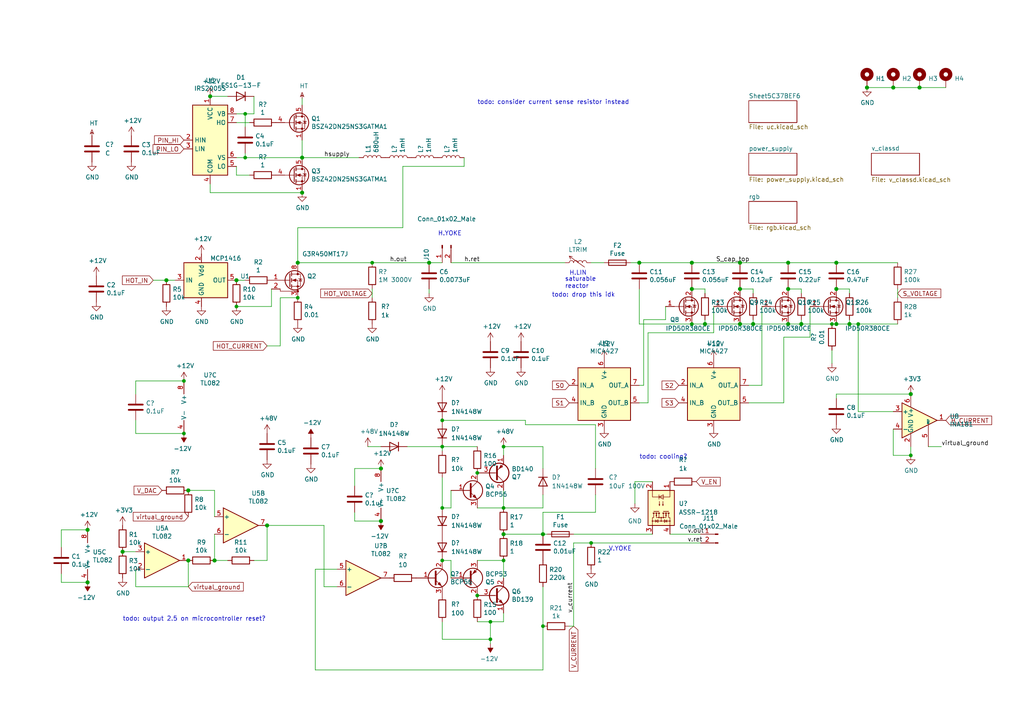
<source format=kicad_sch>
(kicad_sch (version 20211123) (generator eeschema)
  (paper "A4")
  (junction (at 35.56 160.02) (diameter 1.016))
  (junction (at 25.4 168.91) (diameter 1.016))
  (junction (at 264.16 132.08))
  (junction (at 214.63 83.82) (diameter 1.016))
  (junction (at 86.36 76.2) (diameter 1.016))
  (junction (at 142.24 180.34))
  (junction (at 157.48 181.61))
  (junction (at 241.3 93.98))
  (junction (at 68.58 81.28) (diameter 1.016))
  (junction (at 48.26 81.28) (diameter 1.016))
  (junction (at 53.34 110.49))
  (junction (at 110.49 151.13) (diameter 1.016))
  (junction (at 218.44 93.98) (diameter 1.016))
  (junction (at 264.16 114.3) (diameter 1.016))
  (junction (at 25.4 153.67) (diameter 1.016))
  (junction (at 60.96 27.94) (diameter 1.016))
  (junction (at 142.24 185.42))
  (junction (at 204.47 93.98) (diameter 1.016))
  (junction (at 87.63 45.72) (diameter 1.016))
  (junction (at 171.45 157.48))
  (junction (at 54.61 162.56) (diameter 1.016))
  (junction (at 138.43 137.16))
  (junction (at 251.46 25.4) (diameter 1.016))
  (junction (at 68.58 88.9))
  (junction (at 266.7 25.4) (diameter 1.016))
  (junction (at 200.66 83.82) (diameter 1.016))
  (junction (at 53.34 125.73))
  (junction (at 185.42 76.2) (diameter 1.016))
  (junction (at 242.57 93.98) (diameter 1.016))
  (junction (at 54.61 142.24) (diameter 1.016))
  (junction (at 228.6 76.2) (diameter 1.016))
  (junction (at 138.43 172.72))
  (junction (at 259.08 25.4) (diameter 1.016))
  (junction (at 107.95 76.2))
  (junction (at 71.12 33.02))
  (junction (at 128.27 129.54))
  (junction (at 248.92 93.98))
  (junction (at 242.57 83.82) (diameter 1.016))
  (junction (at 146.05 147.32))
  (junction (at 110.49 135.89) (diameter 1.016))
  (junction (at 200.66 76.2) (diameter 1.016))
  (junction (at 214.63 76.2) (diameter 1.016))
  (junction (at 86.36 86.36))
  (junction (at 128.27 147.32))
  (junction (at 200.66 93.98))
  (junction (at 157.48 154.94) (diameter 1.016))
  (junction (at 228.6 83.82) (diameter 1.016))
  (junction (at 128.27 162.56))
  (junction (at 146.05 154.94) (diameter 1.016))
  (junction (at 77.47 152.4) (diameter 1.016))
  (junction (at 87.63 55.88) (diameter 1.016))
  (junction (at 146.05 129.54))
  (junction (at 146.05 162.56))
  (junction (at 246.38 93.98) (diameter 1.016))
  (junction (at 232.41 93.98) (diameter 1.016))
  (junction (at 228.6 93.98) (diameter 1.016))
  (junction (at 62.23 162.56) (diameter 1.016))
  (junction (at 214.63 93.98) (diameter 1.016))
  (junction (at 128.27 121.92))
  (junction (at 71.12 45.72))
  (junction (at 124.46 76.2) (diameter 1.016))
  (junction (at 242.57 76.2) (diameter 1.016))
  (wire (pts (xy 157.48 194.31) (xy 91.44 194.31)))
  (wire (pts (xy 17.78 166.37) (xy 17.78 168.91)))
  (wire (pts (xy 157.48 147.32) (xy 157.48 143.51)))
  (wire (pts (xy 102.87 148.59) (xy 102.87 151.13)))
  (wire (pts (xy 185.42 116.84) (xy 187.96 116.84)))
  (wire (pts (xy 39.37 110.49) (xy 39.37 114.3)))
  (wire (pts (xy 102.87 151.13) (xy 110.49 151.13)))
  (wire (pts (xy 39.37 170.18) (xy 39.37 165.1)))
  (wire (pts (xy 81.28 86.36) (xy 81.28 100.33)))
  (wire (pts (xy 77.47 152.4) (xy 77.47 162.56)))
  (wire (pts (xy 130.81 147.32) (xy 130.81 142.24)))
  (wire (pts (xy 142.24 185.42) (xy 142.24 186.69)))
  (wire (pts (xy 228.6 76.2) (xy 242.57 76.2)))
  (wire (pts (xy 186.69 92.71) (xy 193.04 92.71)))
  (wire (pts (xy 218.44 93.98) (xy 218.44 92.71)))
  (wire (pts (xy 228.6 93.98) (xy 232.41 93.98)))
  (wire (pts (xy 259.08 132.08) (xy 259.08 124.46)))
  (wire (pts (xy 91.44 194.31) (xy 91.44 165.1)))
  (wire (pts (xy 227.33 97.79) (xy 227.33 116.84)))
  (wire (pts (xy 182.88 76.2) (xy 185.42 76.2)))
  (wire (pts (xy 166.37 157.48) (xy 166.37 181.61)))
  (wire (pts (xy 204.47 93.98) (xy 214.63 93.98)))
  (wire (pts (xy 134.62 48.26) (xy 134.62 45.72)))
  (wire (pts (xy 264.16 114.3) (xy 242.57 114.3)))
  (wire (pts (xy 166.37 157.48) (xy 171.45 157.48)))
  (wire (pts (xy 266.7 25.4) (xy 274.32 25.4)))
  (wire (pts (xy 241.3 93.98) (xy 242.57 93.98)))
  (wire (pts (xy 107.95 76.2) (xy 124.46 76.2)))
  (wire (pts (xy 68.58 48.26) (xy 68.58 50.8)))
  (wire (pts (xy 146.05 154.94) (xy 157.48 154.94)))
  (wire (pts (xy 68.58 35.56) (xy 72.39 35.56)))
  (wire (pts (xy 81.28 100.33) (xy 77.47 100.33)))
  (wire (pts (xy 87.63 30.48) (xy 87.63 28.575)))
  (wire (pts (xy 118.11 129.54) (xy 128.27 129.54)))
  (wire (pts (xy 68.58 50.8) (xy 72.39 50.8)))
  (wire (pts (xy 166.37 154.94) (xy 189.23 154.94)))
  (wire (pts (xy 142.24 185.42) (xy 128.27 185.42)))
  (wire (pts (xy 142.24 180.34) (xy 142.24 185.42)))
  (wire (pts (xy 241.3 101.6) (xy 241.3 105.41)))
  (wire (pts (xy 187.96 96.52) (xy 187.96 116.84)))
  (wire (pts (xy 62.23 142.24) (xy 54.61 142.24)))
  (wire (pts (xy 62.23 162.56) (xy 62.23 154.94)))
  (wire (pts (xy 157.48 129.54) (xy 146.05 129.54)))
  (wire (pts (xy 194.31 154.94) (xy 203.2 154.94)))
  (wire (pts (xy 86.36 86.36) (xy 81.28 86.36)))
  (wire (pts (xy 142.24 180.34) (xy 146.05 180.34)))
  (wire (pts (xy 146.05 180.34) (xy 146.05 177.8)))
  (wire (pts (xy 93.98 170.18) (xy 93.98 152.4)))
  (wire (pts (xy 77.47 152.4) (xy 93.98 152.4)))
  (wire (pts (xy 138.43 180.34) (xy 142.24 180.34)))
  (wire (pts (xy 214.63 76.2) (xy 228.6 76.2)))
  (wire (pts (xy 39.37 121.92) (xy 39.37 125.73)))
  (wire (pts (xy 128.27 162.56) (xy 130.81 162.56)))
  (wire (pts (xy 166.37 181.61) (xy 165.1 181.61)))
  (wire (pts (xy 207.01 88.9) (xy 207.01 96.52)))
  (wire (pts (xy 185.42 76.2) (xy 200.66 76.2)))
  (wire (pts (xy 17.78 168.91) (xy 25.4 168.91)))
  (wire (pts (xy 66.04 162.56) (xy 62.23 162.56)))
  (wire (pts (xy 68.58 45.72) (xy 71.12 45.72)))
  (wire (pts (xy 146.05 162.56) (xy 146.05 167.64)))
  (wire (pts (xy 172.72 148.59) (xy 172.72 143.51)))
  (wire (pts (xy 78.74 83.82) (xy 78.74 88.9)))
  (wire (pts (xy 54.61 170.18) (xy 39.37 170.18)))
  (wire (pts (xy 232.41 83.82) (xy 232.41 85.09)))
  (wire (pts (xy 200.66 93.98) (xy 204.47 93.98)))
  (wire (pts (xy 193.04 92.71) (xy 193.04 88.9)))
  (wire (pts (xy 39.37 125.73) (xy 53.34 125.73)))
  (wire (pts (xy 152.4 123.19) (xy 172.72 123.19)))
  (wire (pts (xy 228.6 83.82) (xy 232.41 83.82)))
  (wire (pts (xy 234.95 97.79) (xy 234.95 88.9)))
  (wire (pts (xy 248.92 93.98) (xy 260.35 93.98)))
  (wire (pts (xy 269.24 129.54) (xy 273.05 129.54)))
  (wire (pts (xy 60.96 27.94) (xy 66.04 27.94)))
  (wire (pts (xy 104.14 45.72) (xy 87.63 45.72)))
  (wire (pts (xy 106.68 129.54) (xy 110.49 129.54)))
  (wire (pts (xy 189.23 139.7) (xy 184.15 139.7)))
  (wire (pts (xy 128.27 129.54) (xy 128.27 130.81)))
  (wire (pts (xy 172.72 135.89) (xy 172.72 123.19)))
  (wire (pts (xy 157.48 170.18) (xy 157.48 181.61)))
  (wire (pts (xy 186.69 111.76) (xy 185.42 111.76)))
  (wire (pts (xy 152.4 121.92) (xy 152.4 123.19)))
  (wire (pts (xy 71.12 33.02) (xy 68.58 33.02)))
  (wire (pts (xy 232.41 93.98) (xy 232.41 92.71)))
  (wire (pts (xy 207.01 96.52) (xy 187.96 96.52)))
  (wire (pts (xy 227.33 97.79) (xy 234.95 97.79)))
  (wire (pts (xy 259.08 132.08) (xy 264.16 132.08)))
  (wire (pts (xy 87.63 55.88) (xy 60.96 55.88)))
  (wire (pts (xy 232.41 93.98) (xy 241.3 93.98)))
  (wire (pts (xy 146.05 147.32) (xy 157.48 147.32)))
  (wire (pts (xy 86.36 66.04) (xy 116.84 66.04)))
  (wire (pts (xy 214.63 83.82) (xy 218.44 83.82)))
  (wire (pts (xy 251.46 25.4) (xy 259.08 25.4)))
  (wire (pts (xy 204.47 93.98) (xy 204.47 92.71)))
  (wire (pts (xy 124.46 76.2) (xy 128.27 76.2)))
  (wire (pts (xy 204.47 83.82) (xy 204.47 85.09)))
  (wire (pts (xy 157.48 148.59) (xy 172.72 148.59)))
  (wire (pts (xy 214.63 93.98) (xy 218.44 93.98)))
  (wire (pts (xy 200.66 83.82) (xy 204.47 83.82)))
  (wire (pts (xy 185.42 93.98) (xy 185.42 83.82)))
  (wire (pts (xy 128.27 147.32) (xy 130.81 147.32)))
  (wire (pts (xy 217.17 111.76) (xy 220.98 111.76)))
  (wire (pts (xy 128.27 121.92) (xy 152.4 121.92)))
  (wire (pts (xy 246.38 83.82) (xy 246.38 85.09)))
  (wire (pts (xy 138.43 147.32) (xy 146.05 147.32)))
  (wire (pts (xy 116.84 48.26) (xy 134.62 48.26)))
  (wire (pts (xy 62.23 149.86) (xy 62.23 142.24)))
  (wire (pts (xy 107.95 83.82) (xy 107.95 86.36)))
  (wire (pts (xy 242.57 114.3) (xy 242.57 115.57)))
  (wire (pts (xy 124.46 85.09) (xy 124.46 83.82)))
  (wire (pts (xy 248.92 93.98) (xy 248.92 119.38)))
  (wire (pts (xy 68.58 81.28) (xy 71.12 81.28)))
  (wire (pts (xy 71.12 45.72) (xy 87.63 45.72)))
  (wire (pts (xy 17.78 153.67) (xy 25.4 153.67)))
  (wire (pts (xy 246.38 93.98) (xy 248.92 93.98)))
  (wire (pts (xy 102.87 140.97) (xy 102.87 135.89)))
  (wire (pts (xy 184.15 139.7) (xy 184.15 146.05)))
  (wire (pts (xy 130.81 76.2) (xy 163.83 76.2)))
  (wire (pts (xy 130.81 162.56) (xy 130.81 167.64)))
  (wire (pts (xy 260.35 83.82) (xy 260.35 86.36)))
  (wire (pts (xy 146.05 129.54) (xy 146.05 132.08)))
  (wire (pts (xy 86.36 66.04) (xy 86.36 76.2)))
  (wire (pts (xy 146.05 147.32) (xy 146.05 142.24)))
  (wire (pts (xy 248.92 119.38) (xy 259.08 119.38)))
  (wire (pts (xy 264.16 129.54) (xy 264.16 132.08)))
  (wire (pts (xy 171.45 157.48) (xy 203.2 157.48)))
  (wire (pts (xy 71.12 33.02) (xy 71.12 36.83)))
  (wire (pts (xy 71.12 33.02) (xy 73.66 33.02)))
  (wire (pts (xy 77.47 162.56) (xy 73.66 162.56)))
  (wire (pts (xy 17.78 158.75) (xy 17.78 153.67)))
  (wire (pts (xy 266.7 25.4) (xy 259.08 25.4)))
  (wire (pts (xy 128.27 185.42) (xy 128.27 180.34)))
  (wire (pts (xy 218.44 93.98) (xy 228.6 93.98)))
  (wire (pts (xy 171.45 76.2) (xy 175.26 76.2)))
  (wire (pts (xy 218.44 83.82) (xy 218.44 85.09)))
  (wire (pts (xy 158.75 154.94) (xy 157.48 154.94)))
  (wire (pts (xy 138.43 162.56) (xy 146.05 162.56)))
  (wire (pts (xy 220.98 88.9) (xy 220.98 111.76)))
  (wire (pts (xy 86.36 76.2) (xy 107.95 76.2)))
  (wire (pts (xy 200.66 93.98) (xy 185.42 93.98)))
  (wire (pts (xy 242.57 76.2) (xy 260.35 76.2)))
  (wire (pts (xy 157.48 154.94) (xy 157.48 148.59)))
  (wire (pts (xy 200.66 76.2) (xy 214.63 76.2)))
  (wire (pts (xy 128.27 129.54) (xy 138.43 129.54)))
  (wire (pts (xy 48.26 81.28) (xy 50.8 81.28)))
  (wire (pts (xy 87.63 45.72) (xy 87.63 40.64)))
  (wire (pts (xy 54.61 162.56) (xy 54.61 170.18)))
  (wire (pts (xy 128.27 138.43) (xy 128.27 147.32)))
  (wire (pts (xy 53.34 110.49) (xy 39.37 110.49)))
  (wire (pts (xy 157.48 181.61) (xy 157.48 194.31)))
  (wire (pts (xy 116.84 66.04) (xy 116.84 48.26)))
  (wire (pts (xy 157.48 135.89) (xy 157.48 129.54)))
  (wire (pts (xy 71.12 44.45) (xy 71.12 45.72)))
  (wire (pts (xy 102.87 135.89) (xy 110.49 135.89)))
  (wire (pts (xy 186.69 92.71) (xy 186.69 111.76)))
  (wire (pts (xy 242.57 93.98) (xy 246.38 93.98)))
  (wire (pts (xy 39.37 160.02) (xy 35.56 160.02)))
  (wire (pts (xy 78.74 88.9) (xy 68.58 88.9)))
  (wire (pts (xy 246.38 93.98) (xy 246.38 92.71)))
  (wire (pts (xy 97.79 170.18) (xy 93.98 170.18)))
  (wire (pts (xy 217.17 116.84) (xy 227.33 116.84)))
  (wire (pts (xy 44.45 81.28) (xy 48.26 81.28)))
  (wire (pts (xy 91.44 165.1) (xy 97.79 165.1)))
  (wire (pts (xy 60.96 55.88) (xy 60.96 53.34)))
  (wire (pts (xy 242.57 83.82) (xy 246.38 83.82)))
  (wire (pts (xy 73.66 33.02) (xy 73.66 27.94)))
  (text "saturable\nreactor" (at 163.83 83.82 0) (effects (font (size 1.27 1.27)) (justify left bottom)))
  (text "V.YOKE" (at 176.53 160.02 0) (effects (font (size 1.27 1.27)) (justify left bottom)))
  (text "todo: output 2.5 on microcontroller reset?" (at 35.56 180.34 0) (effects (font (size 1.27 1.27)) (justify left bottom)))
  (text "H.YOKE" (at 127 68.58 0) (effects (font (size 1.27 1.27)) (justify left bottom)))
  (text "H.LIN" (at 165.1 80.01 0) (effects (font (size 1.27 1.27)) (justify left bottom)))
  (text "todo: consider current sense resistor instead" (at 138.43 30.48 0) (effects (font (size 1.27 1.27)) (justify left bottom)))
  (text "todo: cooling?" (at 185.42 133.35 0) (effects (font (size 1.27 1.27)) (justify left bottom)))
  (text "todo: drop this idk" (at 160.02 86.36 0) (effects (font (size 1.27 1.27)) (justify left bottom)))
  (label "v.ret" (at 199.39 157.48 0))
  (label "hsupply" (at 93.98 45.72 0))
  (label "h.out" (at 113.03 76.2 0))
  (label "v.out" (at 199.39 154.94 0))
  (label "h.ret" (at 134.62 76.2 0))
  (label "v_current" (at 166.37 177.8 90))
  (label "S_cap_top" (at 207.645 76.2 0))
  (label "virtual_ground" (at 273.05 129.54 0))
  (global_label "HOT_IN" (shape input) (at 44.45 81.28 180) (property "Intersheet References" "${INTERSHEET_REFS}" (effects hide)))
  (global_label "PIN_LO" (shape input) (at 53.34 43.18 180) (property "Intersheet References" "${INTERSHEET_REFS}" (effects hide)))
  (global_label "virtual_ground" (shape input) (at 54.61 170.18 0) (property "Intersheet References" "${INTERSHEET_REFS}" (effects hide)))
  (global_label "PIN_HI" (shape input) (at 53.34 40.64 180) (property "Intersheet References" "${INTERSHEET_REFS}" (effects hide)))
  (global_label "S3" (shape input) (at 196.85 116.84 180) (property "Intersheet References" "${INTERSHEET_REFS}" (effects hide)))
  (global_label "H_CURRENT" (shape input) (at 274.32 121.92 0) (property "Intersheet References" "${INTERSHEET_REFS}" (effects hide)))
  (global_label "HOT_CURRENT" (shape input) (at 77.47 100.33 180) (property "Intersheet References" "${INTERSHEET_REFS}" (effects hide)))
  (global_label "S0" (shape input) (at 165.1 111.76 180) (property "Intersheet References" "${INTERSHEET_REFS}" (effects hide)))
  (global_label "HOT_VOLTAGE" (shape input) (at 107.95 85.09 180) (property "Intersheet References" "${INTERSHEET_REFS}" (effects hide)))
  (global_label "virtual_ground" (shape input) (at 54.61 149.86 180) (property "Intersheet References" "${INTERSHEET_REFS}" (effects hide)))
  (global_label "V_DAC" (shape input) (at 46.99 142.24 180) (property "Intersheet References" "${INTERSHEET_REFS}" (effects hide)))
  (global_label "V_EN" (shape input) (at 201.93 139.7 0) (property "Intersheet References" "${INTERSHEET_REFS}" (effects hide)))
  (global_label "S_VOLTAGE" (shape input) (at 260.35 85.09 0) (property "Intersheet References" "${INTERSHEET_REFS}" (effects hide)))
  (global_label "V_CURRENT" (shape input) (at 166.37 181.61 270) (property "Intersheet References" "${INTERSHEET_REFS}" (effects hide)))
  (global_label "S1" (shape input) (at 165.1 116.84 180) (property "Intersheet References" "${INTERSHEET_REFS}" (effects hide)))
  (global_label "S2" (shape input) (at 196.85 111.76 180) (property "Intersheet References" "${INTERSHEET_REFS}" (effects hide)))
  (symbol (lib_id "Device:R") (at 86.36 90.17 0) (unit 1)
    (property "Reference" "R4" (at 88.138 89.0016 0) (effects (justify left)))
    (property "Value" "0.01" (at 88.138 91.313 0) (effects (justify left)))
    (property "Footprint" "Resistor_SMD:R_0805_2012Metric_Pad1.15x1.40mm_HandSolder" (effects hide))
    (property "Digikey" "311-0.01NUCT-ND" (effects hide))
  )
  (symbol (lib_id "power:GND") (at 86.36 93.98 0) (unit 1)
    (property "Reference" "#PWR0106" (effects hide))
    (property "Value" "GND" (at 86.487 98.3742 0))
  )
  (symbol (lib_id "Device:C") (at 124.46 80.01 0) (unit 1)
    (property "Reference" "C6" (at 127.381 78.8416 0) (effects (justify left)))
    (property "Value" "0.0073uF" (at 127.381 81.153 0) (effects (justify left)))
    (property "Footprint" "Capacitor_THT:C_Rect_L18.0mm_W6.0mm_P15.00mm_FKS3_FKP3" (effects hide))
    (property "Voltage" "2000V" (effects hide))
    (property "Digikey" "495-3231-ND " (effects hide))
  )
  (symbol (lib_id "power:GND") (at 124.46 85.09 0) (unit 1)
    (property "Reference" "#PWR012" (effects hide))
    (property "Value" "GND" (at 124.587 89.4842 0))
  )
  (symbol (lib_id "Device:C") (at 185.42 80.01 0) (unit 1)
    (property "Reference" "C11" (at 188.341 78.8416 0) (effects (justify left)))
    (property "Value" "0.056uF" (at 188.341 81.153 0) (effects (justify left)))
    (property "Footprint" "Capacitor_THT:C_Rect_L18.0mm_W5.0mm_P15.00mm_FKS3_FKP3" (effects hide))
    (property "Voltage" "250V" (effects hide))
    (property "Digikey" "732-5795-ND" (effects hide))
  )
  (symbol (lib_id "Driver_FET:MCP1416") (at 58.42 81.28 0) (unit 1)
    (property "Reference" "U1" (at 69.6976 80.1116 0) (effects (justify left)))
    (property "Value" "MCP1416" (at 60.96 74.93 0) (effects (justify left)))
    (property "Footprint" "Package_TO_SOT_SMD:SOT-23-5" (effects hide))
    (property "Datasheet" "http://ww1.microchip.com/downloads/en/DeviceDoc/20002092F.pdf" (effects hide))
    (property "Digikey" "MCP1416T-E/OTCT-ND" (effects hide))
  )
  (symbol (lib_id "power:GND") (at 58.42 88.9 0) (unit 1)
    (property "Reference" "#PWR04" (effects hide))
    (property "Value" "GND" (at 58.547 93.2942 0))
  )
  (symbol (lib_id "power:+12V") (at 58.42 73.66 0) (unit 1)
    (property "Reference" "#PWR03" (effects hide))
    (property "Value" "+12V" (at 58.801 69.2658 0))
  )
  (symbol (lib_id "Transistor_FET:C3M0280090J") (at 83.82 81.28 0) (unit 1)
    (property "Reference" "Q2" (at 89.0524 80.1116 0) (effects (justify left)))
    (property "Value" "G3R450MT17J" (at 87.63 73.66 0) (effects (justify left)))
    (property "Footprint" "Package_TO_SOT_SMD:TO-263-7_TabPin8" (effects hide))
    (property "Datasheet" "https://genesicsemi.com/sic-mosfet/G3R450MT17J/G3R450MT17J.pdf" (effects hide))
    (property "Digikey" "1242-G3R450MT17J-ND" (effects hide))
  )
  (symbol (lib_id "Device:R") (at 74.93 81.28 270) (unit 1)
    (property "Reference" "R2" (at 74.93 76.0222 90))
    (property "Value" "1" (at 74.93 78.3336 90))
    (property "Footprint" "Resistor_SMD:R_0805_2012Metric_Pad1.15x1.40mm_HandSolder" (effects hide))
    (property "Digikey" " 311-1.00CRCT-ND" (effects hide))
  )
  (symbol (lib_id "Device:LTRIM") (at 167.64 76.2 90) (unit 1)
    (property "Reference" "L2" (at 167.64 70.104 90))
    (property "Value" "LTRIM" (at 167.64 72.4154 90))
    (property "Footprint" "td-deflect:LIN-3509" (effects hide))
  )
  (symbol (lib_id "Device:C") (at 200.66 80.01 0) (unit 1)
    (property "Reference" "C13" (at 203.581 78.8416 0) (effects (justify left)))
    (property "Value" "0.056uF" (at 203.581 81.153 0) (effects (justify left)))
    (property "Footprint" "Capacitor_THT:C_Rect_L18.0mm_W5.0mm_P15.00mm_FKS3_FKP3" (effects hide))
    (property "Voltage" "250V" (effects hide))
    (property "Digikey" "732-5795-ND" (effects hide))
  )
  (symbol (lib_id "Device:C") (at 228.6 80.01 0) (unit 1)
    (property "Reference" "C15" (at 231.521 78.8416 0) (effects (justify left)))
    (property "Value" "0.22uF" (at 231.521 81.153 0) (effects (justify left)))
    (property "Footprint" "Capacitor_THT:C_Rect_L18.0mm_W6.0mm_P15.00mm_FKS3_FKP3" (effects hide))
    (property "Voltage" "250V" (effects hide))
    (property "Digikey" "732-5802-ND" (effects hide))
  )
  (symbol (lib_id "Transistor_FET:IPD50R380CE") (at 198.12 88.9 0) (unit 1)
    (property "Reference" "Q8" (at 194.31 92.71 0) (effects (justify left)))
    (property "Value" "IPD50R380CE" (at 193.04 95.25 0) (effects (justify left)))
    (property "Footprint" "Package_TO_SOT_SMD:TO-252-2" (effects hide))
    (property "Datasheet" "https://www.infineon.com/dgdl/Infineon-IPD50R380CE-DS-v02_01-en.pdf?fileId=db3a30433ecb86d4013ed0a2ef580f38" (effects hide))
    (property "Digikey" " IPD50R380CEAUMA1CT-ND " (effects hide))
  )
  (symbol (lib_id "Transistor_FET:IPD50R380CE") (at 226.06 88.9 0) (unit 1)
    (property "Reference" "Q10" (at 231.267 87.7316 0) (effects (justify left)))
    (property "Value" "IPD50R380CE" (at 222.25 95.25 0) (effects (justify left)))
    (property "Footprint" "Package_TO_SOT_SMD:TO-252-2" (effects hide))
    (property "Datasheet" "https://www.infineon.com/dgdl/Infineon-IPD50R380CE-DS-v02_01-en.pdf?fileId=db3a30433ecb86d4013ed0a2ef580f38" (effects hide))
    (property "Digikey" " IPD50R380CEAUMA1CT-ND " (effects hide))
  )
  (symbol (lib_id "Driver_FET:MIC4427") (at 175.26 114.3 0) (unit 1)
    (property "Reference" "U9" (at 175.26 99.5426 0))
    (property "Value" "MIC4427" (at 175.26 101.854 0))
    (property "Footprint" "Package_SO:SOIC-8_3.9x4.9mm_P1.27mm" (effects hide))
    (property "Datasheet" "http://ww1.microchip.com/downloads/en/DeviceDoc/mic4426.pdf" (effects hide))
    (property "Digikey" "576-1525-5-ND" (effects hide))
  )
  (symbol (lib_id "Device:C") (at 242.57 80.01 0) (unit 1)
    (property "Reference" "C16" (at 245.491 78.8416 0) (effects (justify left)))
    (property "Value" "0.47uF" (at 245.491 81.153 0) (effects (justify left)))
    (property "Footprint" "Capacitor_THT:C_Rect_L18.0mm_W8.0mm_P15.00mm_FKS3_FKP3" (effects hide))
    (property "Voltage" "250V" (effects hide))
    (property "Digikey" "732-5805-ND" (effects hide))
  )
  (symbol (lib_id "Transistor_FET:IPD50R380CE") (at 240.03 88.9 0) (unit 1)
    (property "Reference" "Q11" (at 245.237 87.7316 0) (effects (justify left)))
    (property "Value" "IPD50R380CE" (at 245.11 95.25 0) (effects (justify left)))
    (property "Footprint" "Package_TO_SOT_SMD:TO-252-2" (effects hide))
    (property "Datasheet" "https://www.infineon.com/dgdl/Infineon-IPD50R380CE-DS-v02_01-en.pdf?fileId=db3a30433ecb86d4013ed0a2ef580f38" (effects hide))
    (property "Digikey" " IPD50R380CEAUMA1CT-ND " (effects hide))
  )
  (symbol (lib_id "Driver_FET:MIC4427") (at 207.01 114.3 0) (unit 1)
    (property "Reference" "U10" (at 207.01 99.5426 0))
    (property "Value" "MIC4427" (at 207.01 101.854 0))
    (property "Footprint" "Package_SO:SOIC-8_3.9x4.9mm_P1.27mm" (effects hide))
    (property "Datasheet" "http://ww1.microchip.com/downloads/en/DeviceDoc/mic4426.pdf" (effects hide))
    (property "Digikey" "576-1525-5-ND" (effects hide))
  )
  (symbol (lib_id "power:GND") (at 241.3 105.41 0) (unit 1)
    (property "Reference" "#PWR0104" (effects hide))
    (property "Value" "GND" (at 241.427 109.8042 0))
  )
  (symbol (lib_id "power:GND") (at 175.26 124.46 0) (unit 1)
    (property "Reference" "#PWR0107" (effects hide))
    (property "Value" "GND" (at 175.387 128.8542 0))
  )
  (symbol (lib_id "power:GND") (at 207.01 124.46 0) (unit 1)
    (property "Reference" "#PWR0108" (effects hide))
    (property "Value" "GND" (at 207.137 128.8542 0))
  )
  (symbol (lib_id "Device:C") (at 151.13 102.87 0) (unit 1)
    (property "Reference" "C10" (at 154.051 101.7016 0) (effects (justify left)))
    (property "Value" "0.1uF" (at 154.051 104.013 0) (effects (justify left)))
    (property "Footprint" "Capacitor_SMD:C_0805_2012Metric_Pad1.15x1.40mm_HandSolder" (effects hide))
    (property "Voltage" "10V" (effects hide))
    (property "Digikey" "1276-1099-1-ND" (effects hide))
  )
  (symbol (lib_id "power:GND") (at 142.24 106.68 0) (unit 1)
    (property "Reference" "#PWR0109" (effects hide))
    (property "Value" "GND" (at 142.367 111.0742 0))
  )
  (symbol (lib_id "power:GND") (at 151.13 106.68 0) (unit 1)
    (property "Reference" "#PWR0110" (effects hide))
    (property "Value" "GND" (at 151.257 111.0742 0))
  )
  (symbol (lib_id "power:+12V") (at 175.26 104.14 0) (unit 1)
    (property "Reference" "#PWR0111" (effects hide))
    (property "Value" "+12V" (at 175.641 99.7458 0))
  )
  (symbol (lib_id "power:+12V") (at 151.13 99.06 0) (unit 1)
    (property "Reference" "#PWR0113" (effects hide))
    (property "Value" "+12V" (at 151.511 94.6658 0))
  )
  (symbol (lib_id "power:+12V") (at 142.24 99.06 0) (unit 1)
    (property "Reference" "#PWR0114" (effects hide))
    (property "Value" "+12V" (at 142.621 94.6658 0))
  )
  (symbol (lib_id "Device:R") (at 68.58 85.09 0) (unit 1)
    (property "Reference" "R10" (at 70.358 83.9216 0) (effects (justify left)))
    (property "Value" "10k" (at 70.358 86.233 0) (effects (justify left)))
    (property "Footprint" "Resistor_SMD:R_0805_2012Metric_Pad1.15x1.40mm_HandSolder" (effects hide))
    (property "Digikey" "311-1.00CRCT-ND" (effects hide))
  )
  (symbol (lib_id "power:GND") (at 68.58 88.9 0) (unit 1)
    (property "Reference" "#PWR0115" (effects hide))
    (property "Value" "GND" (at 68.707 93.2942 0))
  )
  (symbol (lib_id "Device:R") (at 48.26 85.09 0) (unit 1)
    (property "Reference" "R5" (at 50.038 83.9216 0) (effects (justify left)))
    (property "Value" "10k" (at 50.038 86.233 0) (effects (justify left)))
    (property "Footprint" "Resistor_SMD:R_0805_2012Metric_Pad1.15x1.40mm_HandSolder" (effects hide))
    (property "Digikey" "311-1.00CRCT-ND" (effects hide))
  )
  (symbol (lib_id "power:GND") (at 48.26 88.9 0) (unit 1)
    (property "Reference" "#PWR0116" (effects hide))
    (property "Value" "GND" (at 48.387 93.2942 0))
  )
  (symbol (lib_id "Device:R") (at 218.44 88.9 0) (unit 1)
    (property "Reference" "R24" (at 220.218 87.7316 0) (effects (justify left)))
    (property "Value" "100k" (at 220.218 90.043 0) (effects (justify left)))
    (property "Footprint" "Resistor_SMD:R_1206_3216Metric_Pad1.42x1.75mm_HandSolder" (effects hide))
    (property "Digikey" "311-100KFRCT-ND" (effects hide))
  )
  (symbol (lib_id "Device:R") (at 232.41 88.9 0) (unit 1)
    (property "Reference" "R25" (at 234.188 87.7316 0) (effects (justify left)))
    (property "Value" "100k" (at 234.188 90.043 0) (effects (justify left)))
    (property "Footprint" "Resistor_SMD:R_1206_3216Metric_Pad1.42x1.75mm_HandSolder" (effects hide))
    (property "Digikey" "311-100KFRCT-ND" (effects hide))
  )
  (symbol (lib_id "Device:R") (at 246.38 88.9 0) (unit 1)
    (property "Reference" "R26" (at 248.158 87.7316 0) (effects (justify left)))
    (property "Value" "100k" (at 248.158 90.043 0) (effects (justify left)))
    (property "Footprint" "Resistor_SMD:R_1206_3216Metric_Pad1.42x1.75mm_HandSolder" (effects hide))
    (property "Digikey" "311-100KFRCT-ND" (effects hide))
  )
  (symbol (lib_id "power:+12V") (at 27.94 80.01 0) (unit 1)
    (property "Reference" "#PWR0117" (effects hide))
    (property "Value" "+12V" (at 28.321 75.6158 0))
  )
  (symbol (lib_id "Device:C") (at 27.94 83.82 0) (unit 1)
    (property "Reference" "C2" (at 30.861 82.6516 0) (effects (justify left)))
    (property "Value" "0.1uF" (at 30.861 84.963 0) (effects (justify left)))
    (property "Footprint" "Capacitor_SMD:C_0805_2012Metric_Pad1.15x1.40mm_HandSolder" (effects hide))
    (property "Digikey" "1276-1099-1-ND" (effects hide))
  )
  (symbol (lib_id "power:GND") (at 27.94 87.63 0) (unit 1)
    (property "Reference" "#PWR0118" (effects hide))
    (property "Value" "GND" (at 28.067 92.0242 0))
  )
  (symbol (lib_id "Amplifier_Current:INA181") (at 266.7 121.92 0) (unit 1)
    (property "Reference" "U8" (at 275.4376 120.7516 0) (effects (justify left)))
    (property "Value" "INA181" (at 275.4376 123.063 0) (effects (justify left)))
    (property "Footprint" "Package_TO_SOT_SMD:SOT-23-6" (effects hide))
    (property "Datasheet" "http://www.ti.com/lit/ds/symlink/ina181.pdf" (effects hide))
    (property "Digikey" "296-47658-1-ND" (effects hide))
  )
  (symbol (lib_id "power:GND") (at 264.16 132.08 0) (unit 1)
    (property "Reference" "#PWR0120" (effects hide))
    (property "Value" "GND" (at 264.287 136.4742 0))
  )
  (symbol (lib_id "power:+3.3V") (at 264.16 114.3 0) (unit 1)
    (property "Reference" "#PWR0121" (effects hide))
    (property "Value" "+3.3V" (at 264.541 109.9058 0))
  )
  (symbol (lib_id "Device:C") (at 242.57 119.38 0) (unit 1)
    (property "Reference" "C8" (at 245.491 118.2116 0) (effects (justify left)))
    (property "Value" "0.1uF" (at 245.491 120.523 0) (effects (justify left)))
    (property "Footprint" "Capacitor_SMD:C_0805_2012Metric_Pad1.15x1.40mm_HandSolder" (effects hide))
    (property "Voltage" "10V" (effects hide))
    (property "Digikey" "1276-1099-1-ND" (effects hide))
  )
  (symbol (lib_id "power:GND") (at 242.57 123.19 0) (unit 1)
    (property "Reference" "#PWR0122" (effects hide))
    (property "Value" "GND" (at 242.697 127.5842 0))
  )
  (symbol (lib_id "Driver_FET:IRS2005S") (at 60.96 40.64 0) (unit 1)
    (property "Reference" "U6" (at 60.96 23.3426 0))
    (property "Value" "IRS2005S" (at 60.96 25.654 0))
    (property "Footprint" "Package_SO:SOIC-8_3.9x4.9mm_P1.27mm" (effects hide))
    (property "Datasheet" "https://www.infineon.com/dgdl/Infineon-IRS2005S-DS-v02_00-EN.pdf?fileId=5546d462533600a4015364c4246229e1" (effects hide))
    (property "Digikey" "IRS2005STRPBFCT-ND" (effects hide))
  )
  (symbol (lib_id "Diode:BA157") (at 69.85 27.94 180) (unit 1)
    (property "Reference" "D1" (at 69.85 22.4536 0))
    (property "Value" "ES1G-13-F" (at 69.85 24.765 0))
    (property "Footprint" "Diode_SMD:D_SMA" (effects hide))
    (property "Digikey" "ES1G-FDICT-ND" (effects hide))
  )
  (symbol (lib_id "Device:C") (at 71.12 40.64 0) (unit 1)
    (property "Reference" "C4" (at 74.041 39.4716 0) (effects (justify left)))
    (property "Value" "0.1uF" (at 74.041 41.783 0) (effects (justify left)))
    (property "Footprint" "Capacitor_SMD:C_0805_2012Metric_Pad1.15x1.40mm_HandSolder" (effects hide))
    (property "Digikey" "1276-1099-1-ND" (effects hide))
  )
  (symbol (lib_id "power:HT") (at 87.63 28.575 0) (unit 1)
    (property "Reference" "#PWR0123" (effects hide))
    (property "Value" "HT" (at 88.138 24.9428 0))
  )
  (symbol (lib_id "power:GND") (at 87.63 55.88 0) (unit 1)
    (property "Reference" "#PWR0143" (effects hide))
    (property "Value" "GND" (at 87.757 60.2742 0))
  )
  (symbol (lib_id "power:+12V") (at 60.96 27.94 0) (unit 1)
    (property "Reference" "#PWR0144" (effects hide))
    (property "Value" "+12V" (at 61.341 23.5458 0))
  )
  (symbol (lib_id "power:+12V") (at 38.1 39.37 0) (unit 1)
    (property "Reference" "#PWR0145" (effects hide))
    (property "Value" "+12V" (at 38.481 34.9758 0))
  )
  (symbol (lib_id "Device:C") (at 38.1 43.18 0) (unit 1)
    (property "Reference" "C3" (at 41.021 42.0116 0) (effects (justify left)))
    (property "Value" "0.1uF" (at 41.021 44.323 0) (effects (justify left)))
    (property "Footprint" "Capacitor_SMD:C_0805_2012Metric_Pad1.15x1.40mm_HandSolder" (effects hide))
    (property "Digikey" "1276-1099-1-ND" (effects hide))
  )
  (symbol (lib_id "power:GND") (at 38.1 46.99 0) (unit 1)
    (property "Reference" "#PWR0146" (effects hide))
    (property "Value" "GND" (at 38.227 51.3842 0))
  )
  (symbol (lib_id "Transistor_BJT:BD140") (at 143.51 137.16 0) (mirror x) (unit 1)
    (property "Reference" "Q7" (at 148.3868 138.3284 0) (effects (justify left)))
    (property "Value" "BD140" (at 148.3868 136.017 0) (effects (justify left)))
    (property "Footprint" "Package_TO_SOT_THT:TO-126-3_Vertical" (effects hide))
    (property "Datasheet" "http://www.st.com/internet/com/TECHNICAL_RESOURCES/TECHNICAL_LITERATURE/DATASHEET/CD00001225.pdf" (effects hide))
    (property "Digikey" " 497-14760-5-ND " (effects hide))
  )
  (symbol (lib_id "Transistor_BJT:BD139") (at 143.51 172.72 0) (unit 1)
    (property "Reference" "Q6" (at 148.3868 171.5516 0) (effects (justify left)))
    (property "Value" "BD139" (at 148.3868 173.863 0) (effects (justify left)))
    (property "Footprint" "Package_TO_SOT_THT:TO-126-3_Vertical" (effects hide))
    (property "Datasheet" "http://www.st.com/internet/com/TECHNICAL_RESOURCES/TECHNICAL_LITERATURE/DATASHEET/CD00001225.pdf" (effects hide))
    (property "Digikey" " 497-12750-5-ND " (effects hide))
  )
  (symbol (lib_id "Device:R") (at 146.05 158.75 0) (unit 1)
    (property "Reference" "R18" (at 147.828 157.5816 0) (effects (justify left)))
    (property "Value" "1" (at 147.828 159.893 0) (effects (justify left)))
    (property "Footprint" "Resistor_SMD:R_0805_2012Metric_Pad1.15x1.40mm_HandSolder" (effects hide))
    (property "Digikey" " 311-1.00CRCT-ND" (effects hide))
  )
  (symbol (lib_id "Device:R") (at 138.43 176.53 0) (unit 1)
    (property "Reference" "R15" (at 140.208 175.3616 0) (effects (justify left)))
    (property "Value" "100" (at 140.208 177.673 0) (effects (justify left)))
    (property "Footprint" "Resistor_SMD:R_0805_2012Metric_Pad1.15x1.40mm_HandSolder" (effects hide))
    (property "Digikey" "311-100CRCT-ND" (effects hide))
  )
  (symbol (lib_id "Device:R") (at 146.05 151.13 0) (unit 1)
    (property "Reference" "R17" (at 147.828 149.9616 0) (effects (justify left)))
    (property "Value" "1" (at 147.828 152.273 0) (effects (justify left)))
    (property "Footprint" "Resistor_SMD:R_0805_2012Metric_Pad1.15x1.40mm_HandSolder" (effects hide))
    (property "Digikey" " 311-1.00CRCT-ND" (effects hide))
  )
  (symbol (lib_id "Device:R") (at 138.43 133.35 0) (unit 1)
    (property "Reference" "R16" (at 140.208 132.1816 0) (effects (justify left)))
    (property "Value" "100" (at 140.208 134.493 0) (effects (justify left)))
    (property "Footprint" "Resistor_SMD:R_0805_2012Metric_Pad1.15x1.40mm_HandSolder" (effects hide))
    (property "Digikey" "311-100CRCT-ND" (effects hide))
  )
  (symbol (lib_id "Transistor_BJT:BCP53") (at 135.89 167.64 0) (mirror x) (unit 1)
    (property "Reference" "Q5" (at 140.7414 168.8084 0) (effects (justify left)))
    (property "Value" "BCP53" (at 140.7414 166.497 0) (effects (justify left)))
    (property "Footprint" "Package_TO_SOT_SMD:SOT-223-3_TabPin2" (effects hide))
    (property "Datasheet" "http://www.onsemi.com/pub_link/Collateral/BCP53T1-D.PDF" (effects hide))
    (property "Digikey" "BCP53-16T1GOSCT-ND " (effects hide))
  )
  (symbol (lib_id "Transistor_BJT:BCP56") (at 135.89 142.24 0) (unit 1)
    (property "Reference" "Q4" (at 140.7414 141.0716 0) (effects (justify left)))
    (property "Value" "BCP56" (at 140.7414 143.383 0) (effects (justify left)))
    (property "Footprint" "Package_TO_SOT_SMD:SOT-223-3_TabPin2" (effects hide))
    (property "Datasheet" "http://cache.nxp.com/documents/data_sheet/BCP56_BCX56_BC56PA.pdf?pspll=1" (effects hide))
    (property "Digikey" "BCP56-16T1GOSCT-ND " (effects hide))
  )
  (symbol (lib_id "power:GND") (at 171.45 165.1 0) (unit 1)
    (property "Reference" "#PWR0147" (effects hide))
    (property "Value" "GND" (at 171.577 169.4942 0))
  )
  (symbol (lib_id "Device:R") (at 171.45 161.29 0) (unit 1)
    (property "Reference" "R22" (at 173.228 160.1216 0) (effects (justify left)))
    (property "Value" "1" (at 173.228 162.433 0) (effects (justify left)))
    (property "Footprint" "Resistor_SMD:R_1210_3225Metric" (effects hide))
  )
  (symbol (lib_id "Device:C") (at 157.48 158.75 0) (unit 1)
    (property "Reference" "C12" (at 160.401 157.5816 0) (effects (justify left)))
    (property "Value" "0.01uF" (at 160.401 159.893 0) (effects (justify left)))
    (property "Footprint" "Capacitor_SMD:C_0805_2012Metric_Pad1.15x1.40mm_HandSolder" (effects hide))
    (property "Voltage" "100V" (effects hide))
    (property "Digikey" "1276-2921-6-ND" (effects hide))
  )
  (symbol (lib_id "Device:R") (at 157.48 166.37 0) (unit 1)
    (property "Reference" "R20" (at 159.258 165.2016 0) (effects (justify left)))
    (property "Value" "220k" (at 159.258 167.513 0) (effects (justify left)))
    (property "Footprint" "Resistor_SMD:R_0805_2012Metric_Pad1.15x1.40mm_HandSolder" (effects hide))
    (property "Digikey" " 311-220KCRCT-ND" (effects hide))
  )
  (symbol (lib_id "Device:R") (at 161.29 181.61 270) (unit 1)
    (property "Reference" "R21" (at 161.29 176.3522 90))
    (property "Value" "1k" (at 161.29 178.6636 90))
    (property "Footprint" "Resistor_SMD:R_0805_2012Metric_Pad1.15x1.40mm_HandSolder" (effects hide))
    (property "Digikey" " 311-1.00KCRCT-ND" (effects hide))
  )
  (symbol (lib_id "power:-12V") (at 142.24 186.69 180) (unit 1)
    (property "Reference" "#PWR0151" (effects hide))
    (property "Value" "-12V" (at 141.859 191.0842 0))
  )
  (symbol (lib_id "power:+48V") (at 146.05 129.54 0) (unit 1)
    (property "Reference" "#PWR0152" (effects hide))
    (property "Value" "+48V" (at 146.431 125.1458 0))
  )
  (symbol (lib_id "Device:C") (at 77.47 129.54 0) (unit 1)
    (property "Reference" "C5" (at 80.391 128.3716 0) (effects (justify left)))
    (property "Value" "0.1uF" (at 80.391 130.683 0) (effects (justify left)))
    (property "Footprint" "Capacitor_SMD:C_0805_2012Metric_Pad1.15x1.40mm_HandSolder" (effects hide))
    (property "Voltage" "50V" (effects hide))
  )
  (symbol (lib_id "power:GND") (at 77.47 133.35 0) (unit 1)
    (property "Reference" "#PWR0153" (effects hide))
    (property "Value" "GND" (at 77.597 137.7442 0))
  )
  (symbol (lib_id "Device:C") (at 90.17 130.81 0) (unit 1)
    (property "Reference" "C7" (at 93.091 129.6416 0) (effects (justify left)))
    (property "Value" "0.1uF" (at 93.091 131.953 0) (effects (justify left)))
    (property "Footprint" "Capacitor_SMD:C_0805_2012Metric_Pad1.15x1.40mm_HandSolder" (effects hide))
    (property "Voltage" "50V" (effects hide))
  )
  (symbol (lib_id "power:GND") (at 90.17 134.62 0) (unit 1)
    (property "Reference" "#PWR0154" (effects hide))
    (property "Value" "GND" (at 90.297 139.0142 0))
  )
  (symbol (lib_id "power:-12V") (at 90.17 127 0) (unit 1)
    (property "Reference" "#PWR0155" (effects hide))
    (property "Value" "-12V" (at 90.551 122.6058 0))
  )
  (symbol (lib_id "Amplifier_Operational:TL082") (at 46.99 162.56 0) (unit 1)
    (property "Reference" "U5" (at 46.99 153.2382 0))
    (property "Value" "TL082" (at 46.99 155.5496 0))
    (property "Footprint" "Package_SO:SOIC-8_3.9x4.9mm_P1.27mm" (effects hide))
    (property "Datasheet" "http://www.ti.com/lit/ds/symlink/tl081.pdf" (effects hide))
    (property "Digikey" "497-2212-1-ND" (effects hide))
  )
  (symbol (lib_id "Amplifier_Operational:TL082") (at 69.85 152.4 0) (unit 2)
    (property "Reference" "U5" (at 74.93 143.0782 0))
    (property "Value" "TL082" (at 74.93 145.3896 0))
    (property "Footprint" "Package_SO:SOIC-8_3.9x4.9mm_P1.27mm" (effects hide))
    (property "Datasheet" "http://www.ti.com/lit/ds/symlink/tl081.pdf" (effects hide))
    (property "Digikey" "497-2212-1-ND" (effects hide))
  )
  (symbol (lib_id "Device:R") (at 260.35 80.01 0) (unit 1)
    (property "Reference" "R27" (at 262.128 78.8416 0) (effects (justify left)))
    (property "Value" "100k" (at 262.128 81.153 0) (effects (justify left)))
    (property "Footprint" "Resistor_SMD:R_1206_3216Metric_Pad1.42x1.75mm_HandSolder" (effects hide))
    (property "Voltage" "200V" (effects hide))
    (property "Digikey" "311-100KFRCT-ND" (effects hide))
  )
  (symbol (lib_id "Device:R") (at 260.35 90.17 0) (unit 1)
    (property "Reference" "R28" (at 262.128 89.0016 0) (effects (justify left)))
    (property "Value" "1k" (at 262.128 91.313 0) (effects (justify left)))
    (property "Footprint" "Resistor_SMD:R_1206_3216Metric_Pad1.42x1.75mm_HandSolder" (effects hide))
    (property "Voltage" "200V" (effects hide))
    (property "Digikey" " 311-1.00KFRCT-ND" (effects hide))
  )
  (symbol (lib_id "Amplifier_Operational:TL082") (at 27.94 161.29 0) (unit 3)
    (property "Reference" "U5" (at 26.8732 160.1216 0) (effects (justify left)))
    (property "Value" "TL082" (at 26.8732 162.433 0) (effects (justify left)))
    (property "Footprint" "Package_SO:SOIC-8_3.9x4.9mm_P1.27mm" (effects hide))
    (property "Datasheet" "http://www.ti.com/lit/ds/symlink/tl081.pdf" (effects hide))
    (property "Digikey" "497-2212-1-ND" (effects hide))
  )
  (symbol (lib_id "Device:R") (at 69.85 162.56 90) (unit 1)
    (property "Reference" "R11" (at 69.85 157.3022 90))
    (property "Value" "10k" (at 69.85 159.6136 90))
    (property "Footprint" "Resistor_SMD:R_0805_2012Metric_Pad1.15x1.40mm_HandSolder" (effects hide))
    (property "Digikey" "311-1.00CRCT-ND" (effects hide))
  )
  (symbol (lib_id "Device:R") (at 58.42 162.56 270) (unit 1)
    (property "Reference" "R9" (at 58.42 157.3022 90))
    (property "Value" "10k" (at 58.42 159.6136 90))
    (property "Footprint" "Resistor_SMD:R_0805_2012Metric_Pad1.15x1.40mm_HandSolder" (effects hide))
    (property "Digikey" "311-1.00CRCT-ND" (effects hide))
  )
  (symbol (lib_id "Device:R") (at 35.56 156.21 0) (unit 1)
    (property "Reference" "R1" (at 37.338 155.0416 0) (effects (justify left)))
    (property "Value" "10k" (at 37.338 157.353 0) (effects (justify left)))
    (property "Footprint" "Resistor_SMD:R_0805_2012Metric_Pad1.15x1.40mm_HandSolder" (effects hide))
    (property "Digikey" "311-1.00CRCT-ND" (effects hide))
  )
  (symbol (lib_id "Device:R") (at 35.56 163.83 0) (unit 1)
    (property "Reference" "R3" (at 37.338 162.6616 0) (effects (justify left)))
    (property "Value" "10k" (at 37.338 164.973 0) (effects (justify left)))
    (property "Footprint" "Resistor_SMD:R_0805_2012Metric_Pad1.15x1.40mm_HandSolder" (effects hide))
    (property "Digikey" "311-1.00CRCT-ND" (effects hide))
  )
  (symbol (lib_id "power:GND") (at 35.56 167.64 0) (unit 1)
    (property "Reference" "#PWR0156" (effects hide))
    (property "Value" "GND" (at 35.687 172.0342 0))
  )
  (symbol (lib_id "Device:C") (at 17.78 162.56 0) (unit 1)
    (property "Reference" "C1" (at 20.701 161.3916 0) (effects (justify left)))
    (property "Value" "0.1uF" (at 20.701 163.703 0) (effects (justify left)))
    (property "Footprint" "Capacitor_SMD:C_0805_2012Metric_Pad1.15x1.40mm_HandSolder" (effects hide))
    (property "Voltage" "10V" (effects hide))
    (property "Digikey" "1276-1099-1-ND" (effects hide))
  )
  (symbol (lib_id "power:+12V") (at 25.4 153.67 0) (unit 1)
    (property "Reference" "#PWR0157" (effects hide))
    (property "Value" "+12V" (at 25.781 149.2758 0))
  )
  (symbol (lib_id "power:-12V") (at 25.4 168.91 180) (unit 1)
    (property "Reference" "#PWR0158" (effects hide))
    (property "Value" "-12V" (at 25.019 173.3042 0))
  )
  (symbol (lib_id "power:+3.3V") (at 35.56 152.4 0) (unit 1)
    (property "Reference" "#PWR0159" (effects hide))
    (property "Value" "+3.3V" (at 35.941 148.0058 0))
  )
  (symbol (lib_id "Device:R") (at 54.61 146.05 0) (unit 1)
    (property "Reference" "R8" (at 56.388 144.8816 0) (effects (justify left)))
    (property "Value" "10k" (at 56.388 147.193 0) (effects (justify left)))
    (property "Footprint" "Resistor_SMD:R_0805_2012Metric_Pad1.15x1.40mm_HandSolder" (effects hide))
    (property "Digikey" "311-1.00CRCT-ND" (effects hide))
  )
  (symbol (lib_id "Device:R") (at 50.8 142.24 270) (unit 1)
    (property "Reference" "R7" (at 50.8 136.9822 90))
    (property "Value" "10k" (at 50.8 139.2936 90))
    (property "Footprint" "Resistor_SMD:R_0805_2012Metric_Pad1.15x1.40mm_HandSolder" (effects hide))
    (property "Digikey" "311-1.00CRCT-ND" (effects hide))
  )
  (symbol (lib_id "power:+48V") (at 77.47 125.73 0) (unit 1)
    (property "Reference" "#PWR0161" (effects hide))
    (property "Value" "+48V" (at 77.851 121.3358 0))
  )
  (symbol (lib_id "Device:C") (at 214.63 80.01 0) (unit 1)
    (property "Reference" "C14" (at 217.551 78.8416 0) (effects (justify left)))
    (property "Value" "0.12uF" (at 217.551 81.153 0) (effects (justify left)))
    (property "Footprint" "Capacitor_THT:C_Rect_L18.0mm_W8.0mm_P15.00mm_FKS3_FKP3" (effects hide))
    (property "Voltage" "250V" (effects hide))
    (property "Digikey" "732-5799-ND" (effects hide))
  )
  (symbol (lib_id "Transistor_FET:IPD50R380CE") (at 212.09 88.9 0) (unit 1)
    (property "Reference" "Q9" (at 217.297 87.7316 0) (effects (justify left)))
    (property "Value" "IPD50R380CE" (at 208.28 95.25 0) (effects (justify left)))
    (property "Footprint" "Package_TO_SOT_SMD:TO-252-2" (effects hide))
    (property "Datasheet" "https://www.infineon.com/dgdl/Infineon-IPD50R380CE-DS-v02_01-en.pdf?fileId=db3a30433ecb86d4013ed0a2ef580f38" (effects hide))
    (property "Digikey" " IPD50R380CEAUMA1CT-ND " (effects hide))
  )
  (symbol (lib_id "Device:C") (at 142.24 102.87 0) (unit 1)
    (property "Reference" "C9" (at 145.161 101.7016 0) (effects (justify left)))
    (property "Value" "0.1uF" (at 145.161 104.013 0) (effects (justify left)))
    (property "Footprint" "Capacitor_SMD:C_0805_2012Metric_Pad1.15x1.40mm_HandSolder" (effects hide))
    (property "Voltage" "10V" (effects hide))
    (property "Digikey" "1276-1099-1-ND" (effects hide))
  )
  (symbol (lib_id "power:+12V") (at 207.01 104.14 0) (unit 1)
    (property "Reference" "#PWR0112" (effects hide))
    (property "Value" "+12V" (at 207.391 99.7458 0))
  )
  (symbol (lib_id "Device:R") (at 204.47 88.9 0) (unit 1)
    (property "Reference" "R23" (at 206.248 87.7316 0) (effects (justify left)))
    (property "Value" "100k" (at 206.248 90.043 0) (effects (justify left)))
    (property "Footprint" "Resistor_SMD:R_1206_3216Metric_Pad1.42x1.75mm_HandSolder" (effects hide))
    (property "Digikey" "311-100KFRCT-ND" (effects hide))
  )
  (symbol (lib_id "Connector:Conn_01x02_Male") (at 128.27 71.12 90) (mirror x) (unit 1)
    (property "Reference" "J10" (at 123.6726 73.8632 0))
    (property "Value" "Conn_01x02_Male" (at 129.54 63.5 90))
    (property "Footprint" "td-deflect:monitor_10_8_2p" (effects hide))
  )
  (symbol (lib_id "Connector:Conn_01x02_Male") (at 208.28 154.94 0) (mirror y) (unit 1)
    (property "Reference" "J11" (at 205.5368 150.3426 0))
    (property "Value" "Conn_01x02_Male" (at 205.5368 152.654 0))
    (property "Footprint" "td-deflect:sony_monitor_2p" (effects hide))
  )
  (symbol (lib_id "Mechanical:MountingHole_Pad") (at 259.08 22.86 0) (unit 1)
    (property "Reference" "H2" (at 261.62 22.7838 0) (effects (justify left)))
    (property "Value" "MountingHole_Pad" (effects hide))
    (property "Footprint" "MountingHole:MountingHole_3.2mm_M3_Pad_Via" (effects hide))
  )
  (symbol (lib_id "Mechanical:MountingHole_Pad") (at 266.7 22.86 0) (unit 1)
    (property "Reference" "H3" (at 269.24 22.7838 0) (effects (justify left)))
    (property "Value" "MountingHole_Pad" (effects hide))
    (property "Footprint" "MountingHole:MountingHole_3.2mm_M3_Pad_Via" (effects hide))
  )
  (symbol (lib_id "Mechanical:MountingHole_Pad") (at 274.32 22.86 0) (unit 1)
    (property "Reference" "H4" (at 276.86 22.7838 0) (effects (justify left)))
    (property "Value" "MountingHole_Pad" (effects hide))
    (property "Footprint" "MountingHole:MountingHole_3.2mm_M3_Pad_Via" (effects hide))
  )
  (symbol (lib_id "power:GND") (at 251.46 25.4 0) (unit 1)
    (property "Reference" "#PWR0165" (effects hide))
    (property "Value" "GND" (at 251.587 29.7942 0))
  )
  (symbol (lib_id "Mechanical:MountingHole_Pad") (at 251.46 22.86 0) (unit 1)
    (property "Reference" "H1" (at 254 22.7838 0) (effects (justify left)))
    (property "Value" "MountingHole_Pad" (effects hide))
    (property "Footprint" "MountingHole:MountingHole_3.2mm_M3_Pad_Via" (effects hide))
  )
  (symbol (lib_id "Transistor_FET:BSC082N10LSG") (at 85.09 35.56 0) (unit 1)
    (property "Reference" "Q1" (at 90.2716 34.3916 0) (effects (justify left)))
    (property "Value" "BSZ42DN25NS3GATMA1" (at 90.2716 36.703 0) (effects (justify left)))
    (property "Footprint" "Package_TO_SOT_SMD:TDSON-8-1" (effects hide))
    (property "Digikey" "BSZ42DN25NS3GATMA1CT-ND" (effects hide))
  )
  (symbol (lib_id "Transistor_FET:BSC082N10LSG") (at 85.09 50.8 0) (unit 1)
    (property "Reference" "Q3" (at 90.2716 49.6316 0) (effects (justify left)))
    (property "Value" "BSZ42DN25NS3GATMA1" (at 90.2716 51.943 0) (effects (justify left)))
    (property "Footprint" "Package_TO_SOT_SMD:TDSON-8-1" (effects hide))
    (property "Digikey" "BSZ42DN25NS3GATMA1CT-ND" (effects hide))
  )
  (symbol (lib_id "Device:Fuse") (at 179.07 76.2 270) (unit 1)
    (property "Reference" "F2" (at 179.07 71.1962 90))
    (property "Value" "Fuse" (at 179.07 73.5076 90))
    (property "Footprint" "Fuse:Fuse_Schurter_UMT250" (effects hide))
    (property "Digikey" "486-3436-ND" (effects hide))
  )
  (symbol (lib_id "Device:Fuse") (at 162.56 154.94 270) (unit 1)
    (property "Reference" "F1" (at 162.56 149.9362 90))
    (property "Value" "Fuse" (at 162.56 152.2476 90))
    (property "Footprint" "Fuse:Fuse_Schurter_UMT250" (effects hide))
    (property "Datasheet" "486-3436-ND" (effects hide))
    (property "Digikey" "486-3436-ND" (effects hide))
  )
  (symbol (lib_id "Device:R") (at 128.27 134.62 0) (unit 1)
    (property "Reference" "R?" (at 130.81 133.3499 0) (effects (justify left)))
    (property "Value" "10k" (at 130.81 135.8899 0) (effects (justify left)))
    (property "Footprint" "Resistor_SMD:R_1210_3225Metric" (effects hide))
  )
  (symbol (lib_id "Device:L") (at 130.81 45.72 90) (unit 1)
    (property "Reference" "L?" (at 129.6416 44.3738 0) (effects (justify left)))
    (property "Value" "1mH" (at 131.953 44.3738 0) (effects (justify left)))
    (property "Footprint" "Inductor_THT:L_Toroid_Vertical_L31.8mm_W15.9mm_P13.50mm_Bourns_5700" (effects hide))
    (property "Digikey" " M8895-ND " (effects hide))
  )
  (symbol (lib_id "power:GND") (at 26.67 46.99 0) (unit 1)
    (property "Reference" "#PWR?" (effects hide))
    (property "Value" "GND" (at 26.797 51.3842 0))
  )
  (symbol (lib_id "Diode:1N4148W") (at 114.3 129.54 180) (unit 1)
    (property "Reference" "D?" (at 114.3 123.19 0))
    (property "Value" "1N4148W" (at 114.3 125.73 0))
    (property "Footprint" "Diode_SMD:D_SOD-123" (effects hide))
    (property "Datasheet" "https://www.vishay.com/docs/85748/1n4148w.pdf" (effects hide))
  )
  (symbol (lib_id "Device:L") (at 123.19 45.72 90) (unit 1)
    (property "Reference" "L?" (at 122.0216 44.3738 0) (effects (justify left)))
    (property "Value" "1mH" (at 124.333 44.3738 0) (effects (justify left)))
    (property "Footprint" "Inductor_THT:L_Toroid_Vertical_L31.8mm_W15.9mm_P13.50mm_Bourns_5700" (effects hide))
    (property "Digikey" " M8895-ND " (effects hide))
  )
  (symbol (lib_id "Device:C") (at 172.72 139.7 0) (unit 1)
    (property "Reference" "C?" (at 176.53 138.4299 0) (effects (justify left)))
    (property "Value" "10uF 100V" (at 176.53 140.9699 0) (effects (justify left)))
  )
  (symbol (lib_id "Device:C") (at 102.87 144.78 0) (unit 1)
    (property "Reference" "C?" (at 105.791 143.6116 0) (effects (justify left)))
    (property "Value" "0.1uF" (at 105.791 145.923 0) (effects (justify left)))
    (property "Footprint" "Capacitor_SMD:C_0805_2012Metric_Pad1.15x1.40mm_HandSolder" (effects hide))
    (property "Voltage" "10V" (effects hide))
    (property "Digikey" "1276-1099-1-ND" (effects hide))
  )
  (symbol (lib_id "Device:R") (at 116.84 167.64 90) (unit 1)
    (property "Reference" "R?" (at 116.84 161.29 90))
    (property "Value" "10" (at 116.84 163.83 90))
  )
  (symbol (lib_id "Device:L") (at 107.95 45.72 90) (unit 1)
    (property "Reference" "L1" (at 106.7816 44.3738 0) (effects (justify left)))
    (property "Value" "680uH" (at 109.093 44.3738 0) (effects (justify left)))
    (property "Digikey" "811-2466-ND" (effects hide))
  )
  (symbol (lib_id "Relay_SolidState:ASSR-1218") (at 191.77 147.32 270) (unit 1)
    (property "Reference" "U?" (at 196.85 146.0499 90) (effects (justify left)))
    (property "Value" "ASSR-1218" (at 196.85 148.5899 90) (effects (justify left)))
    (property "Footprint" "Package_SO:SO-4_4.4x4.3mm_P2.54mm" (effects hide))
    (property "Datasheet" "https://docs.broadcom.com/docs/AV02-0173EN" (effects hide))
  )
  (symbol (lib_id "Amplifier_Operational:TL082") (at 105.41 167.64 0) (unit 2)
    (property "Reference" "U?" (at 110.49 158.3182 0))
    (property "Value" "TL082" (at 110.49 160.6296 0))
    (property "Footprint" "Package_SO:SOIC-8_3.9x4.9mm_P1.27mm" (effects hide))
    (property "Datasheet" "http://www.ti.com/lit/ds/symlink/tl081.pdf" (effects hide))
    (property "Digikey" "497-2212-1-ND" (effects hide))
  )
  (symbol (lib_id "power:HT") (at 26.67 39.37 0) (unit 1)
    (property "Reference" "#PWR?" (effects hide))
    (property "Value" "HT" (at 27.178 35.7378 0))
  )
  (symbol (lib_id "Amplifier_Operational:TL082") (at 55.88 118.11 0) (unit 3)
    (property "Reference" "U?" (at 60.96 108.7882 0))
    (property "Value" "TL082" (at 60.96 111.0996 0))
    (property "Footprint" "Package_SO:SOIC-8_3.9x4.9mm_P1.27mm" (effects hide))
    (property "Datasheet" "http://www.ti.com/lit/ds/symlink/tl081.pdf" (effects hide))
    (property "Digikey" "497-2212-1-ND" (effects hide))
  )
  (symbol (lib_id "Transistor_BJT:BCP56") (at 125.73 167.64 0) (unit 1)
    (property "Reference" "Q?" (at 130.5814 166.4716 0) (effects (justify left)))
    (property "Value" "BCP56" (at 130.5814 168.783 0) (effects (justify left)))
    (property "Footprint" "Package_TO_SOT_SMD:SOT-223-3_TabPin2" (effects hide))
    (property "Datasheet" "http://cache.nxp.com/documents/data_sheet/BCP56_BCX56_BC56PA.pdf?pspll=1" (effects hide))
    (property "Digikey" "BCP56-16T1GOSCT-ND " (effects hide))
  )
  (symbol (lib_id "power:+12V") (at 128.27 114.3 0) (unit 1)
    (property "Reference" "#PWR?" (effects hide))
    (property "Value" "+12V" (at 128.651 109.9058 0))
  )
  (symbol (lib_id "power:+12V") (at 110.49 135.89 0) (unit 1)
    (property "Reference" "#PWR?" (effects hide))
    (property "Value" "+12V" (at 110.871 131.4958 0))
  )
  (symbol (lib_id "Device:R") (at 107.95 80.01 0) (unit 1)
    (property "Reference" "R?" (at 109.728 78.8416 0) (effects (justify left)))
    (property "Value" "1M 3000V" (at 109.728 81.153 0) (effects (justify left)))
    (property "Footprint" "Resistor_SMD:R_2512_6332Metric" (effects hide))
    (property "Digikey" "CHV2512-FX-1004ELFCT-ND" (effects hide))
  )
  (symbol (lib_id "power:GND") (at 107.95 93.98 0) (unit 1)
    (property "Reference" "#PWR?" (effects hide))
    (property "Value" "GND" (at 108.077 98.3742 0))
  )
  (symbol (lib_id "power:-12V") (at 53.34 125.73 180) (unit 1)
    (property "Reference" "#PWR?" (effects hide))
    (property "Value" "-12V" (at 52.959 130.1242 0))
  )
  (symbol (lib_name "GND_1") (lib_id "power:GND") (at 184.15 146.05 0) (unit 1)
    (property "Reference" "#PWR?" (effects hide))
    (property "Value" "GND" (at 184.15 151.13 0))
  )
  (symbol (lib_id "Diode:1N4148W") (at 128.27 158.75 90) (unit 1)
    (property "Reference" "D?" (at 130.81 157.4799 90) (effects (justify right)))
    (property "Value" "1N4148W" (at 130.81 160.0199 90) (effects (justify right)))
    (property "Footprint" "Diode_SMD:D_SOD-123" (effects hide))
    (property "Datasheet" "https://www.vishay.com/docs/85748/1n4148w.pdf" (effects hide))
  )
  (symbol (lib_id "Diode:1N4148W") (at 128.27 151.13 90) (unit 1)
    (property "Reference" "D?" (at 130.81 149.8599 90) (effects (justify right)))
    (property "Value" "1N4148W" (at 130.81 152.3999 90) (effects (justify right)))
    (property "Footprint" "Diode_SMD:D_SOD-123" (effects hide))
    (property "Datasheet" "https://www.vishay.com/docs/85748/1n4148w.pdf" (effects hide))
  )
  (symbol (lib_id "power:+12V") (at 53.34 110.49 0) (unit 1)
    (property "Reference" "#PWR?" (effects hide))
    (property "Value" "+12V" (at 53.721 106.0958 0))
  )
  (symbol (lib_id "Device:R") (at 76.2 35.56 270) (unit 1)
    (property "Reference" "R?" (at 76.2 30.3022 90))
    (property "Value" "1" (at 76.2 32.6136 90))
    (property "Footprint" "Resistor_SMD:R_0805_2012Metric_Pad1.15x1.40mm_HandSolder" (effects hide))
    (property "Digikey" " 311-1.00CRCT-ND" (effects hide))
  )
  (symbol (lib_id "Device:R") (at 241.3 97.79 0) (unit 1)
    (property "Reference" "R?" (at 236.0422 97.79 90))
    (property "Value" "0.01" (at 238.3536 97.79 90))
    (property "Footprint" "Resistor_SMD:R_0805_2012Metric_Pad1.15x1.40mm_HandSolder" (effects hide))
  )
  (symbol (lib_id "Diode:1N4148W") (at 128.27 118.11 90) (unit 1)
    (property "Reference" "D?" (at 130.81 116.8399 90) (effects (justify right)))
    (property "Value" "1N4148W" (at 130.81 119.3799 90) (effects (justify right)))
    (property "Footprint" "Diode_SMD:D_SOD-123" (effects hide))
    (property "Datasheet" "https://www.vishay.com/docs/85748/1n4148w.pdf" (effects hide))
  )
  (symbol (lib_id "Diode:1N4148W") (at 157.48 139.7 270) (unit 1)
    (property "Reference" "D?" (at 160.02 138.4299 90) (effects (justify left)))
    (property "Value" "1N4148W" (at 160.02 140.9699 90) (effects (justify left)))
    (property "Footprint" "Diode_SMD:D_SOD-123" (effects hide))
    (property "Datasheet" "https://www.vishay.com/docs/85748/1n4148w.pdf" (effects hide))
  )
  (symbol (lib_id "Device:C") (at 26.67 43.18 0) (unit 1)
    (property "Reference" "C?" (at 30.48 41.9099 0) (effects (justify left)))
    (property "Value" "C" (at 30.48 44.4499 0) (effects (justify left)))
  )
  (symbol (lib_id "power:-12V") (at 110.49 151.13 180) (unit 1)
    (property "Reference" "#PWR?" (effects hide))
    (property "Value" "-12V" (at 110.109 155.5242 0))
  )
  (symbol (lib_id "power:+48V") (at 106.68 129.54 0) (unit 1)
    (property "Reference" "#PWR?" (effects hide))
    (property "Value" "+48V" (at 107.061 125.1458 0))
  )
  (symbol (lib_id "Diode:1N4148W") (at 128.27 125.73 90) (unit 1)
    (property "Reference" "D?" (at 130.81 124.4599 90) (effects (justify right)))
    (property "Value" "1N4148W" (at 130.81 126.9999 90) (effects (justify right)))
    (property "Footprint" "Diode_SMD:D_SOD-123" (effects hide))
    (property "Datasheet" "https://www.vishay.com/docs/85748/1n4148w.pdf" (effects hide))
  )
  (symbol (lib_id "Device:R") (at 107.95 90.17 0) (unit 1)
    (property "Reference" "R?" (at 110.49 88.8999 0) (effects (justify left)))
    (property "Value" "1k" (at 110.49 91.4399 0) (effects (justify left)))
  )
  (symbol (lib_id "Device:R") (at 76.2 50.8 270) (unit 1)
    (property "Reference" "R?" (at 76.2 45.5422 90))
    (property "Value" "1" (at 76.2 47.8536 90))
    (property "Footprint" "Resistor_SMD:R_0805_2012Metric_Pad1.15x1.40mm_HandSolder" (effects hide))
    (property "Digikey" " 311-1.00CRCT-ND" (effects hide))
  )
  (symbol (lib_id "Amplifier_Operational:TL082") (at 113.03 143.51 0) (unit 3)
    (property "Reference" "U?" (at 111.9632 142.3416 0) (effects (justify left)))
    (property "Value" "TL082" (at 111.9632 144.653 0) (effects (justify left)))
    (property "Footprint" "Package_SO:SOIC-8_3.9x4.9mm_P1.27mm" (effects hide))
    (property "Datasheet" "http://www.ti.com/lit/ds/symlink/tl081.pdf" (effects hide))
    (property "Digikey" "497-2212-1-ND" (effects hide))
  )
  (symbol (lib_id "Device:C") (at 39.37 118.11 0) (unit 1)
    (property "Reference" "C?" (at 42.291 116.9416 0) (effects (justify left)))
    (property "Value" "0.1uF" (at 42.291 119.253 0) (effects (justify left)))
    (property "Footprint" "Capacitor_SMD:C_0805_2012Metric_Pad1.15x1.40mm_HandSolder" (effects hide))
    (property "Voltage" "10V" (effects hide))
    (property "Digikey" "1276-1099-1-ND" (effects hide))
  )
  (symbol (lib_id "Device:L") (at 115.57 45.72 90) (unit 1)
    (property "Reference" "L?" (at 114.4016 44.3738 0) (effects (justify left)))
    (property "Value" "1mH" (at 116.713 44.3738 0) (effects (justify left)))
    (property "Footprint" "Inductor_THT:L_Toroid_Vertical_L31.8mm_W15.9mm_P13.50mm_Bourns_5700" (effects hide))
    (property "Digikey" " M8895-ND " (effects hide))
  )
  (symbol (lib_id "Device:R") (at 128.27 176.53 0) (unit 1)
    (property "Reference" "R?" (at 130.81 175.2599 0) (effects (justify left)))
    (property "Value" "100" (at 130.81 177.7999 0) (effects (justify left)))
  )
  (symbol (lib_id "Device:R") (at 198.12 139.7 90) (unit 1)
    (property "Reference" "R?" (at 198.12 133.35 90))
    (property "Value" "1k" (at 198.12 135.89 90))
  )
  (sheet (at 217.17 29.21) (size 13.97 6.35)
    (property "Sheet name" "Sheet5C37BEF6" (at 217.17 28.5745 0) (effects (justify left bottom)))
    (property "Sheet file" "uc.kicad_sch" (at 217.17 36.0685 0) (effects (justify left top)))
  )
  (sheet (at 217.17 44.45) (size 13.97 6.35)
    (property "Sheet name" "power_supply" (at 217.17 43.8145 0) (effects (justify left bottom)))
    (property "Sheet file" "power_supply.kicad_sch" (at 217.17 51.3085 0) (effects (justify left top)))
  )
  (sheet (at 217.17 58.42) (size 13.97 6.35)
    (property "Sheet name" "rgb" (at 217.17 57.7845 0) (effects (justify left bottom)))
    (property "Sheet file" "rgb.kicad_sch" (at 217.17 65.2785 0) (effects (justify left top)))
  )
  (sheet (at 252.73 44.45) (size 13.97 6.35) (stroke (width 0.1524))
    (property "Sheet name" "v_classd" (at 252.73 43.7384 0) (effects (justify left bottom)))
    (property "Sheet file" "v_classd.kicad_sch" (at 252.73 51.3846 0) (effects (justify left top)))
  )
)
</source>
